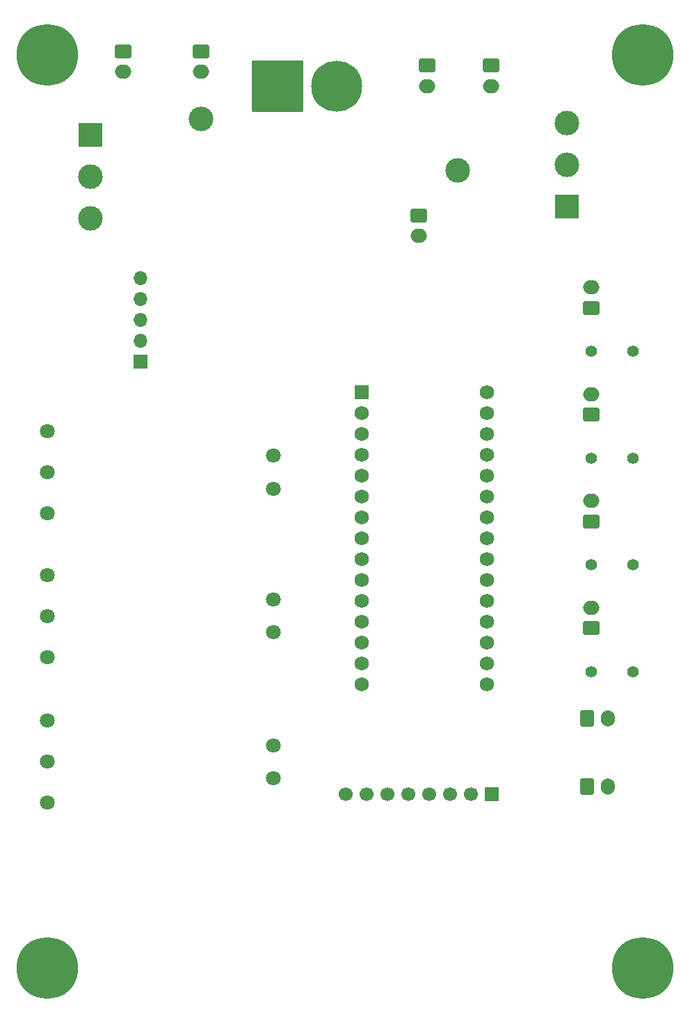
<source format=gbr>
%TF.GenerationSoftware,KiCad,Pcbnew,9.0.4*%
%TF.CreationDate,2025-10-04T23:37:01+05:30*%
%TF.ProjectId,FireSide,46697265-5369-4646-952e-6b696361645f,rev?*%
%TF.SameCoordinates,Original*%
%TF.FileFunction,Soldermask,Bot*%
%TF.FilePolarity,Negative*%
%FSLAX46Y46*%
G04 Gerber Fmt 4.6, Leading zero omitted, Abs format (unit mm)*
G04 Created by KiCad (PCBNEW 9.0.4) date 2025-10-04 23:37:01*
%MOMM*%
%LPD*%
G01*
G04 APERTURE LIST*
G04 Aperture macros list*
%AMRoundRect*
0 Rectangle with rounded corners*
0 $1 Rounding radius*
0 $2 $3 $4 $5 $6 $7 $8 $9 X,Y pos of 4 corners*
0 Add a 4 corners polygon primitive as box body*
4,1,4,$2,$3,$4,$5,$6,$7,$8,$9,$2,$3,0*
0 Add four circle primitives for the rounded corners*
1,1,$1+$1,$2,$3*
1,1,$1+$1,$4,$5*
1,1,$1+$1,$6,$7*
1,1,$1+$1,$8,$9*
0 Add four rect primitives between the rounded corners*
20,1,$1+$1,$2,$3,$4,$5,0*
20,1,$1+$1,$4,$5,$6,$7,0*
20,1,$1+$1,$6,$7,$8,$9,0*
20,1,$1+$1,$8,$9,$2,$3,0*%
G04 Aperture macros list end*
%ADD10C,1.400000*%
%ADD11RoundRect,0.250000X-0.750000X0.600000X-0.750000X-0.600000X0.750000X-0.600000X0.750000X0.600000X0*%
%ADD12O,2.000000X1.700000*%
%ADD13C,7.500000*%
%ADD14RoundRect,0.250000X0.750000X-0.600000X0.750000X0.600000X-0.750000X0.600000X-0.750000X-0.600000X0*%
%ADD15C,1.800000*%
%ADD16RoundRect,0.250000X-0.600000X-0.750000X0.600000X-0.750000X0.600000X0.750000X-0.600000X0.750000X0*%
%ADD17O,1.700000X2.000000*%
%ADD18R,1.700000X1.700000*%
%ADD19C,1.700000*%
%ADD20C,6.204000*%
%ADD21RoundRect,0.102000X-3.000000X-3.000000X3.000000X-3.000000X3.000000X3.000000X-3.000000X3.000000X0*%
%ADD22RoundRect,0.102000X-0.762000X-0.762000X0.762000X-0.762000X0.762000X0.762000X-0.762000X0.762000X0*%
%ADD23C,1.728000*%
%ADD24C,3.000000*%
%ADD25R,3.000000X3.000000*%
%ADD26O,1.700000X1.700000*%
G04 APERTURE END LIST*
D10*
%TO.C,R5*%
X147790000Y-96550000D03*
X142710000Y-96550000D03*
%TD*%
%TO.C,R6*%
X147790000Y-83550000D03*
X142710000Y-83550000D03*
%TD*%
D11*
%TO.C,J8*%
X130500000Y-35750000D03*
D12*
X130500000Y-38250000D03*
%TD*%
D13*
%TO.C,H2*%
X76500000Y-145600000D03*
%TD*%
%TO.C,H3*%
X76500000Y-34500000D03*
%TD*%
D14*
%TO.C,J6*%
X142750000Y-78250000D03*
D12*
X142750000Y-75750000D03*
%TD*%
D10*
%TO.C,R7*%
X147825396Y-70550000D03*
X142745396Y-70550000D03*
%TD*%
D15*
%TO.C,U6*%
X104000000Y-122500000D03*
X104000000Y-118500000D03*
X76500000Y-125500000D03*
X76500000Y-120500000D03*
X76500000Y-115500000D03*
%TD*%
D16*
%TO.C,J2*%
X142250000Y-115250000D03*
D17*
X144750000Y-115250000D03*
%TD*%
D16*
%TO.C,J1*%
X142250000Y-123500000D03*
D17*
X144750000Y-123500000D03*
%TD*%
D13*
%TO.C,H1*%
X149000000Y-145600000D03*
%TD*%
D15*
%TO.C,U5*%
X104000000Y-87250000D03*
X104000000Y-83250000D03*
X76500000Y-90250000D03*
X76500000Y-85250000D03*
X76500000Y-80250000D03*
%TD*%
D18*
%TO.C,J3*%
X130580000Y-124500000D03*
D19*
X128040000Y-124500000D03*
X125500000Y-124500000D03*
X122960000Y-124500000D03*
X120420000Y-124500000D03*
X117880000Y-124500000D03*
X115340000Y-124500000D03*
X112800000Y-124500000D03*
%TD*%
D20*
%TO.C,U8*%
X111700000Y-38250000D03*
D21*
X104500000Y-38250000D03*
%TD*%
D22*
%TO.C,U3*%
X114750000Y-75500000D03*
D23*
X114750000Y-78040000D03*
X114750000Y-80580000D03*
X114750000Y-83120000D03*
X114750000Y-85660000D03*
X114750000Y-88200000D03*
X114750000Y-90740000D03*
X114750000Y-93280000D03*
X114750000Y-95820000D03*
X114750000Y-98360000D03*
X114750000Y-100900000D03*
X114750000Y-103440000D03*
X114750000Y-105980000D03*
X114750000Y-108520000D03*
X114750000Y-111060000D03*
X129990000Y-75500000D03*
X129990000Y-78040000D03*
X129990000Y-80580000D03*
X129990000Y-83120000D03*
X129990000Y-85660000D03*
X129990000Y-88200000D03*
X129990000Y-90740000D03*
X129990000Y-93280000D03*
X129990000Y-95820000D03*
X129990000Y-98360000D03*
X129990000Y-100900000D03*
X129990000Y-103440000D03*
X129990000Y-105980000D03*
X129990000Y-108520000D03*
X129990000Y-111060000D03*
%TD*%
D10*
%TO.C,R2*%
X147790000Y-109550000D03*
X142710000Y-109550000D03*
%TD*%
D14*
%TO.C,J4*%
X142750000Y-104250000D03*
D12*
X142750000Y-101750000D03*
%TD*%
D11*
%TO.C,J7*%
X122750000Y-35750000D03*
D12*
X122750000Y-38250000D03*
%TD*%
D11*
%TO.C,J12*%
X95250000Y-34000000D03*
D12*
X95250000Y-36500000D03*
%TD*%
D14*
%TO.C,J14*%
X142750000Y-65250000D03*
D12*
X142750000Y-62750000D03*
%TD*%
D11*
%TO.C,J10*%
X121750000Y-54000000D03*
D12*
X121750000Y-56500000D03*
%TD*%
D24*
%TO.C,TP2*%
X95250000Y-42250000D03*
%TD*%
D11*
%TO.C,J11*%
X85750000Y-34000000D03*
D12*
X85750000Y-36500000D03*
%TD*%
D24*
%TO.C,TP1*%
X126500000Y-48500000D03*
%TD*%
D15*
%TO.C,U9*%
X104000000Y-104750000D03*
X104000000Y-100750000D03*
X76500000Y-107750000D03*
X76500000Y-102750000D03*
X76500000Y-97750000D03*
%TD*%
D14*
%TO.C,J5*%
X142750000Y-91250000D03*
D12*
X142750000Y-88750000D03*
%TD*%
D13*
%TO.C,H4*%
X149000000Y-34500000D03*
%TD*%
D25*
%TO.C,J13*%
X139750000Y-52910000D03*
D24*
X139750000Y-47830000D03*
X139750000Y-42750000D03*
%TD*%
D26*
%TO.C,U2*%
X87849000Y-61670000D03*
X87849000Y-64210000D03*
X87849000Y-66750000D03*
X87849000Y-69290000D03*
D18*
X87849000Y-71830000D03*
%TD*%
D25*
%TO.C,J9*%
X81750000Y-44170000D03*
D24*
X81750000Y-49250000D03*
X81750000Y-54330000D03*
%TD*%
M02*

</source>
